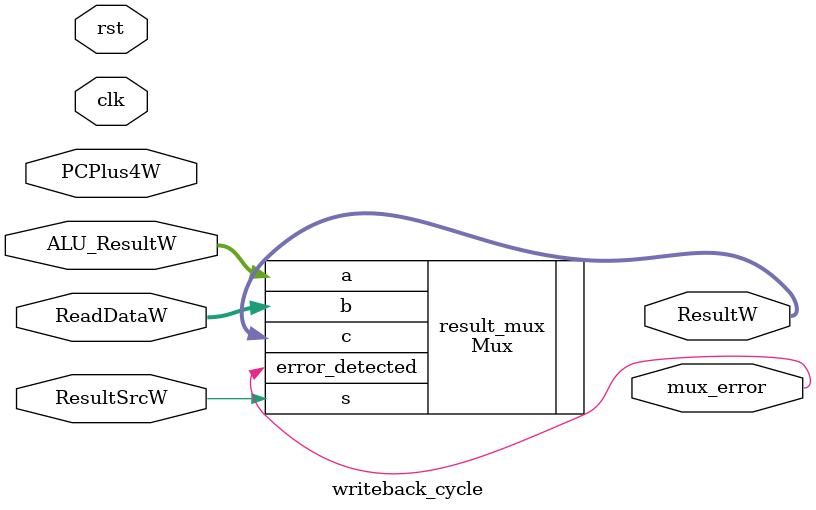
<source format=v>
module writeback_cycle(
    input clk, rst, ResultSrcW,
    input [31:0] PCPlus4W, ALU_ResultW, ReadDataW,
    output [31:0] ResultW,
    output mux_error // NEW: Output to report Mux mismatch
);
    Mux result_mux (    
        .a(ALU_ResultW),
        .b(ReadDataW),
        .s(ResultSrcW),
        .c(ResultW),
        .error_detected(mux_error)
    );
endmodule
</source>
